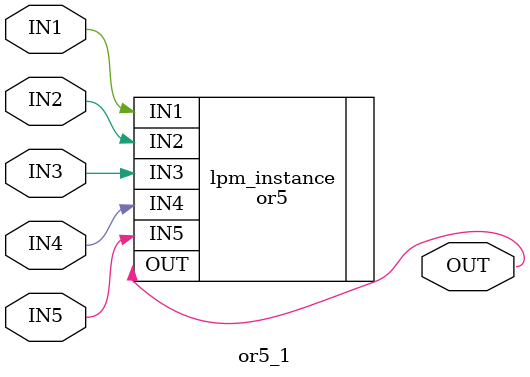
<source format=v>



module or5_1(IN1,IN3,IN2,IN5,IN4,OUT);
input IN1;
input IN3;
input IN2;
input IN5;
input IN4;
output OUT;

or5	lpm_instance(.IN1(IN1),.IN3(IN3),.IN2(IN2),.IN5(IN5),.IN4(IN4),.OUT(OUT));

endmodule

</source>
